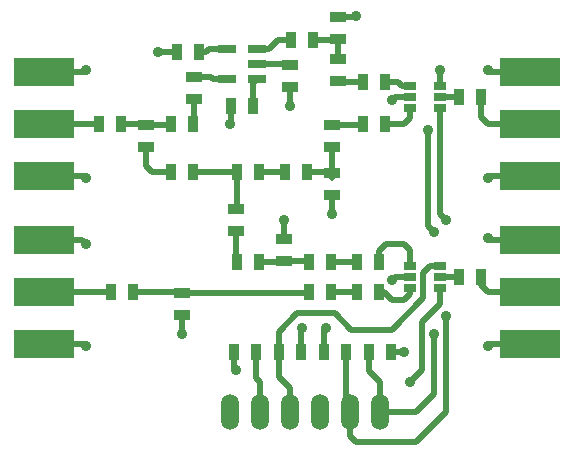
<source format=gtl>
%FSLAX34Y34*%
G04 Gerber Fmt 3.4, Leading zero omitted, Abs format*
G04 (created by PCBNEW (2014-03-19 BZR 4756)-product) date Mon Jun 30 13:49:00 2014*
%MOIN*%
G01*
G70*
G90*
G04 APERTURE LIST*
%ADD10C,0.005906*%
%ADD11R,0.055000X0.035000*%
%ADD12R,0.035000X0.055000*%
%ADD13R,0.200787X0.094488*%
%ADD14O,0.059300X0.118700*%
%ADD15R,0.059055X0.031496*%
%ADD16R,0.039400X0.027600*%
%ADD17C,0.035000*%
%ADD18C,0.019685*%
G04 APERTURE END LIST*
G54D10*
G54D11*
X56800Y-35825D03*
X56800Y-36575D03*
G54D12*
X56225Y-35000D03*
X56975Y-35000D03*
X63175Y-36000D03*
X62425Y-36000D03*
X63175Y-37400D03*
X62425Y-37400D03*
X62975Y-42000D03*
X62225Y-42000D03*
X62975Y-43000D03*
X62225Y-43000D03*
X63375Y-45000D03*
X62625Y-45000D03*
X61125Y-45000D03*
X61875Y-45000D03*
X58125Y-45000D03*
X58875Y-45000D03*
X66375Y-36500D03*
X65625Y-36500D03*
X66375Y-42500D03*
X65625Y-42500D03*
X60375Y-45000D03*
X59625Y-45000D03*
G54D13*
X51800Y-43000D03*
X51800Y-41267D03*
X51800Y-44732D03*
X51800Y-37400D03*
X51800Y-35667D03*
X51800Y-39132D03*
X68000Y-37400D03*
X68000Y-35667D03*
X68000Y-39132D03*
X68000Y-43000D03*
X68000Y-41267D03*
X68000Y-44732D03*
G54D14*
X63000Y-47000D03*
X62000Y-47000D03*
X61000Y-47000D03*
X60000Y-47000D03*
X59000Y-47000D03*
X58000Y-47000D03*
G54D12*
X54025Y-43000D03*
X54775Y-43000D03*
X54375Y-37400D03*
X53625Y-37400D03*
G54D11*
X56400Y-43025D03*
X56400Y-43775D03*
X55200Y-38175D03*
X55200Y-37425D03*
G54D12*
X60625Y-43000D03*
X61375Y-43000D03*
X56775Y-37400D03*
X56025Y-37400D03*
X56775Y-39000D03*
X56025Y-39000D03*
X58975Y-39000D03*
X58225Y-39000D03*
G54D11*
X58200Y-40975D03*
X58200Y-40225D03*
G54D12*
X59825Y-39000D03*
X60575Y-39000D03*
X58225Y-42000D03*
X58975Y-42000D03*
G54D11*
X61400Y-39025D03*
X61400Y-39775D03*
X59800Y-41975D03*
X59800Y-41225D03*
G54D12*
X60025Y-34600D03*
X60775Y-34600D03*
X58025Y-36800D03*
X58775Y-36800D03*
G54D11*
X60000Y-36175D03*
X60000Y-35425D03*
G54D12*
X61375Y-42000D03*
X60625Y-42000D03*
G54D11*
X61400Y-37425D03*
X61400Y-38175D03*
X61600Y-34575D03*
X61600Y-33825D03*
X61600Y-35975D03*
X61600Y-35225D03*
G54D15*
X58900Y-34900D03*
X58900Y-35400D03*
X58900Y-35900D03*
X57900Y-35900D03*
X57900Y-34900D03*
G54D16*
X65000Y-36125D03*
X65000Y-36500D03*
X65000Y-36875D03*
X64000Y-36875D03*
X64000Y-36500D03*
X64000Y-36125D03*
X65000Y-42125D03*
X65000Y-42500D03*
X65000Y-42875D03*
X64000Y-42875D03*
X64000Y-42500D03*
X64000Y-42125D03*
G54D17*
X63800Y-45000D03*
X61400Y-40400D03*
X59800Y-40600D03*
X58200Y-45600D03*
X53200Y-35600D03*
X53200Y-39200D03*
X53200Y-41400D03*
X53200Y-44800D03*
X66600Y-44800D03*
X66600Y-41200D03*
X66600Y-39200D03*
X66600Y-35600D03*
X55600Y-35000D03*
X62200Y-33800D03*
X58000Y-37400D03*
X60000Y-36800D03*
X63400Y-36600D03*
X63400Y-42600D03*
X61200Y-44200D03*
X60400Y-44200D03*
X56400Y-44400D03*
X65000Y-35600D03*
X64600Y-37600D03*
X64800Y-44400D03*
X64800Y-41000D03*
X65200Y-40600D03*
X65200Y-43800D03*
X64000Y-46000D03*
G54D18*
X56800Y-35825D02*
X57375Y-35825D01*
X57450Y-35900D02*
X57900Y-35900D01*
X57375Y-35825D02*
X57450Y-35900D01*
X56800Y-36575D02*
X56800Y-37375D01*
X56800Y-37375D02*
X56775Y-37400D01*
X63375Y-45000D02*
X63800Y-45000D01*
X61400Y-39775D02*
X61400Y-40400D01*
X59800Y-41225D02*
X59800Y-40600D01*
X58125Y-45000D02*
X58125Y-45525D01*
X58125Y-45525D02*
X58200Y-45600D01*
X51800Y-35667D02*
X53132Y-35667D01*
X53132Y-35667D02*
X53200Y-35600D01*
X51800Y-39132D02*
X53132Y-39132D01*
X53132Y-39132D02*
X53200Y-39200D01*
X51800Y-41267D02*
X53067Y-41267D01*
X53067Y-41267D02*
X53200Y-41400D01*
X51800Y-44732D02*
X53132Y-44732D01*
X53132Y-44732D02*
X53200Y-44800D01*
X68000Y-44732D02*
X66667Y-44732D01*
X66667Y-44732D02*
X66600Y-44800D01*
X68000Y-41267D02*
X66667Y-41267D01*
X66667Y-41267D02*
X66600Y-41200D01*
X68000Y-39132D02*
X66667Y-39132D01*
X66667Y-39132D02*
X66600Y-39200D01*
X68000Y-35667D02*
X66667Y-35667D01*
X66667Y-35667D02*
X66600Y-35600D01*
X56225Y-35000D02*
X55600Y-35000D01*
X61600Y-33825D02*
X62175Y-33825D01*
X62175Y-33825D02*
X62200Y-33800D01*
X58025Y-36800D02*
X58025Y-37375D01*
X58025Y-37375D02*
X58000Y-37400D01*
X60000Y-36175D02*
X60000Y-36800D01*
X64000Y-36500D02*
X63500Y-36500D01*
X63500Y-36500D02*
X63400Y-36600D01*
X64000Y-42500D02*
X63500Y-42500D01*
X63500Y-42500D02*
X63400Y-42600D01*
X61125Y-45000D02*
X61125Y-44275D01*
X61125Y-44275D02*
X61200Y-44200D01*
X60375Y-45000D02*
X60375Y-44225D01*
X60375Y-44225D02*
X60400Y-44200D01*
X56400Y-43775D02*
X56400Y-44400D01*
X56975Y-35000D02*
X57200Y-35000D01*
X57300Y-34900D02*
X57900Y-34900D01*
X57200Y-35000D02*
X57300Y-34900D01*
X64000Y-36125D02*
X63725Y-36125D01*
X63600Y-36000D02*
X63175Y-36000D01*
X63725Y-36125D02*
X63600Y-36000D01*
X62425Y-36000D02*
X61625Y-36000D01*
X61625Y-36000D02*
X61600Y-35975D01*
X63175Y-37400D02*
X63800Y-37400D01*
X64000Y-37200D02*
X64000Y-36875D01*
X63800Y-37400D02*
X64000Y-37200D01*
X61400Y-37425D02*
X62400Y-37425D01*
X62400Y-37425D02*
X62425Y-37400D01*
X62975Y-42000D02*
X62975Y-41625D01*
X64000Y-41600D02*
X64000Y-42125D01*
X63800Y-41400D02*
X64000Y-41600D01*
X63200Y-41400D02*
X63800Y-41400D01*
X62975Y-41625D02*
X63200Y-41400D01*
X61375Y-42000D02*
X62225Y-42000D01*
X62975Y-43000D02*
X63150Y-43000D01*
X63150Y-43000D02*
X63400Y-43250D01*
X63400Y-43250D02*
X63800Y-43250D01*
X63800Y-43250D02*
X64000Y-43050D01*
X64000Y-43050D02*
X64000Y-42875D01*
X62225Y-43000D02*
X61375Y-43000D01*
X64600Y-39200D02*
X64600Y-40800D01*
X64600Y-37600D02*
X64600Y-39200D01*
X65000Y-36125D02*
X65000Y-35600D01*
X64200Y-47000D02*
X63000Y-47000D01*
X64800Y-46400D02*
X64200Y-47000D01*
X64800Y-44400D02*
X64800Y-46400D01*
X64600Y-40800D02*
X64800Y-41000D01*
X62625Y-45000D02*
X62625Y-45625D01*
X63000Y-46000D02*
X63000Y-47000D01*
X62625Y-45625D02*
X63000Y-46000D01*
X65200Y-44800D02*
X65200Y-47000D01*
X65000Y-40400D02*
X65200Y-40600D01*
X65200Y-43800D02*
X65200Y-44800D01*
X65000Y-36875D02*
X65000Y-39200D01*
X65000Y-39200D02*
X65000Y-40400D01*
X62000Y-47800D02*
X62000Y-47000D01*
X62200Y-48000D02*
X62000Y-47800D01*
X64200Y-48000D02*
X62200Y-48000D01*
X65200Y-47000D02*
X64200Y-48000D01*
X61875Y-45000D02*
X61875Y-46875D01*
X61875Y-46875D02*
X62000Y-47000D01*
X65000Y-42875D02*
X65000Y-43400D01*
X64400Y-45600D02*
X64000Y-46000D01*
X64400Y-44000D02*
X64400Y-45600D01*
X65000Y-43400D02*
X64400Y-44000D01*
X58875Y-45000D02*
X58875Y-45875D01*
X59000Y-46000D02*
X59000Y-47000D01*
X58875Y-45875D02*
X59000Y-46000D01*
X68000Y-37400D02*
X66600Y-37400D01*
X66375Y-37175D02*
X66375Y-36500D01*
X66600Y-37400D02*
X66375Y-37175D01*
X65625Y-36500D02*
X65000Y-36500D01*
X66375Y-42500D02*
X66375Y-42775D01*
X66375Y-42775D02*
X66600Y-43000D01*
X66600Y-43000D02*
X68000Y-43000D01*
X65000Y-42500D02*
X65625Y-42500D01*
X65000Y-42125D02*
X64675Y-42125D01*
X59625Y-44325D02*
X59625Y-45000D01*
X60250Y-43700D02*
X59625Y-44325D01*
X61500Y-43700D02*
X60250Y-43700D01*
X62050Y-44250D02*
X61500Y-43700D01*
X63400Y-44250D02*
X62050Y-44250D01*
X64450Y-43200D02*
X63400Y-44250D01*
X64450Y-42350D02*
X64450Y-43200D01*
X64675Y-42125D02*
X64450Y-42350D01*
X59625Y-45000D02*
X59625Y-45825D01*
X60000Y-46200D02*
X60000Y-47000D01*
X59625Y-45825D02*
X60000Y-46200D01*
X51800Y-43000D02*
X54025Y-43000D01*
X51800Y-37400D02*
X53625Y-37400D01*
X56400Y-43025D02*
X60600Y-43025D01*
X60600Y-43025D02*
X60625Y-43000D01*
X54775Y-43000D02*
X56375Y-43000D01*
X56375Y-43000D02*
X56400Y-43025D01*
X55200Y-37425D02*
X56000Y-37425D01*
X56000Y-37425D02*
X56025Y-37400D01*
X54375Y-37400D02*
X55175Y-37400D01*
X55175Y-37400D02*
X55200Y-37425D01*
X55200Y-38175D02*
X55200Y-38800D01*
X55400Y-39000D02*
X56025Y-39000D01*
X55200Y-38800D02*
X55400Y-39000D01*
X58225Y-39000D02*
X58225Y-40200D01*
X58225Y-40200D02*
X58200Y-40225D01*
X56775Y-39000D02*
X58225Y-39000D01*
X59825Y-39000D02*
X58975Y-39000D01*
X58200Y-40975D02*
X58200Y-41975D01*
X58200Y-41975D02*
X58225Y-42000D01*
X60575Y-39000D02*
X61375Y-39000D01*
X61375Y-39000D02*
X61400Y-39025D01*
X61400Y-38175D02*
X61400Y-39200D01*
X61400Y-39200D02*
X61400Y-39025D01*
X59800Y-41975D02*
X60600Y-41975D01*
X60600Y-41975D02*
X60625Y-42000D01*
X58975Y-42000D02*
X59775Y-42000D01*
X59775Y-42000D02*
X59800Y-41975D01*
X58900Y-34900D02*
X59300Y-34900D01*
X59600Y-34600D02*
X60025Y-34600D01*
X59300Y-34900D02*
X59600Y-34600D01*
X61600Y-34575D02*
X61600Y-35225D01*
X60775Y-34600D02*
X61575Y-34600D01*
X61575Y-34600D02*
X61600Y-34575D01*
X58775Y-36800D02*
X58775Y-36025D01*
X58775Y-36025D02*
X58900Y-35900D01*
X58900Y-35400D02*
X59975Y-35400D01*
X59975Y-35400D02*
X60000Y-35425D01*
M02*

</source>
